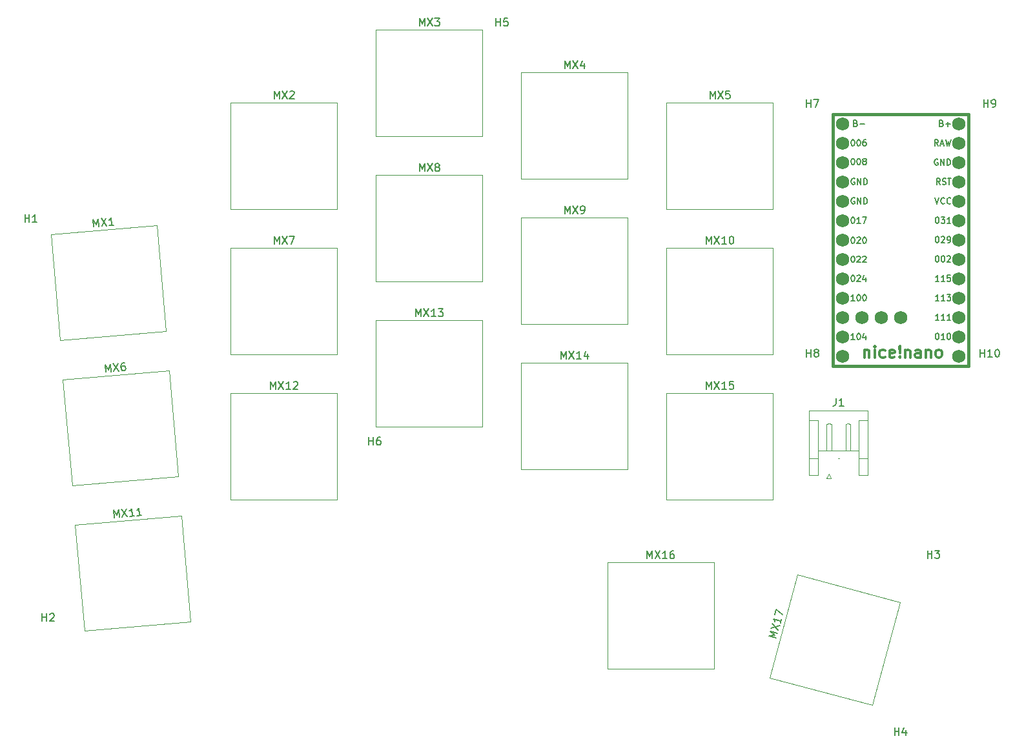
<source format=gbr>
%TF.GenerationSoftware,KiCad,Pcbnew,(6.0.4)*%
%TF.CreationDate,2022-05-05T20:27:36+02:00*%
%TF.ProjectId,Diom-34SP_PCB,44696f6d-2d33-4345-9350-5f5043422e6b,rev?*%
%TF.SameCoordinates,Original*%
%TF.FileFunction,Legend,Top*%
%TF.FilePolarity,Positive*%
%FSLAX46Y46*%
G04 Gerber Fmt 4.6, Leading zero omitted, Abs format (unit mm)*
G04 Created by KiCad (PCBNEW (6.0.4)) date 2022-05-05 20:27:36*
%MOMM*%
%LPD*%
G01*
G04 APERTURE LIST*
%ADD10C,0.150000*%
%ADD11C,0.300000*%
%ADD12C,0.120000*%
%ADD13C,0.381000*%
%ADD14C,1.752600*%
G04 APERTURE END LIST*
D10*
%TO.C,MX2*%
X105076785Y-43314880D02*
X105076785Y-42314880D01*
X105410119Y-43029166D01*
X105743452Y-42314880D01*
X105743452Y-43314880D01*
X106124404Y-42314880D02*
X106791071Y-43314880D01*
X106791071Y-42314880D02*
X106124404Y-43314880D01*
X107124404Y-42410119D02*
X107172023Y-42362500D01*
X107267261Y-42314880D01*
X107505357Y-42314880D01*
X107600595Y-42362500D01*
X107648214Y-42410119D01*
X107695833Y-42505357D01*
X107695833Y-42600595D01*
X107648214Y-42743452D01*
X107076785Y-43314880D01*
X107695833Y-43314880D01*
%TO.C,MX16*%
X153971845Y-103639880D02*
X153971845Y-102639880D01*
X154305178Y-103354166D01*
X154638511Y-102639880D01*
X154638511Y-103639880D01*
X155019464Y-102639880D02*
X155686130Y-103639880D01*
X155686130Y-102639880D02*
X155019464Y-103639880D01*
X156590892Y-103639880D02*
X156019464Y-103639880D01*
X156305178Y-103639880D02*
X156305178Y-102639880D01*
X156209940Y-102782738D01*
X156114702Y-102877976D01*
X156019464Y-102925595D01*
X157448035Y-102639880D02*
X157257559Y-102639880D01*
X157162321Y-102687500D01*
X157114702Y-102735119D01*
X157019464Y-102877976D01*
X156971845Y-103068452D01*
X156971845Y-103449404D01*
X157019464Y-103544642D01*
X157067083Y-103592261D01*
X157162321Y-103639880D01*
X157352797Y-103639880D01*
X157448035Y-103592261D01*
X157495654Y-103544642D01*
X157543273Y-103449404D01*
X157543273Y-103211309D01*
X157495654Y-103116071D01*
X157448035Y-103068452D01*
X157352797Y-103020833D01*
X157162321Y-103020833D01*
X157067083Y-103068452D01*
X157019464Y-103116071D01*
X156971845Y-103211309D01*
%TO.C,MX7*%
X105076785Y-62364880D02*
X105076785Y-61364880D01*
X105410119Y-62079166D01*
X105743452Y-61364880D01*
X105743452Y-62364880D01*
X106124404Y-61364880D02*
X106791071Y-62364880D01*
X106791071Y-61364880D02*
X106124404Y-62364880D01*
X107076785Y-61364880D02*
X107743452Y-61364880D01*
X107314880Y-62364880D01*
%TO.C,H8*%
X174879095Y-77181380D02*
X174879095Y-76181380D01*
X174879095Y-76657571D02*
X175450523Y-76657571D01*
X175450523Y-77181380D02*
X175450523Y-76181380D01*
X176069571Y-76609952D02*
X175974333Y-76562333D01*
X175926714Y-76514714D01*
X175879095Y-76419476D01*
X175879095Y-76371857D01*
X175926714Y-76276619D01*
X175974333Y-76229000D01*
X176069571Y-76181380D01*
X176260047Y-76181380D01*
X176355285Y-76229000D01*
X176402904Y-76276619D01*
X176450523Y-76371857D01*
X176450523Y-76419476D01*
X176402904Y-76514714D01*
X176355285Y-76562333D01*
X176260047Y-76609952D01*
X176069571Y-76609952D01*
X175974333Y-76657571D01*
X175926714Y-76705190D01*
X175879095Y-76800428D01*
X175879095Y-76990904D01*
X175926714Y-77086142D01*
X175974333Y-77133761D01*
X176069571Y-77181380D01*
X176260047Y-77181380D01*
X176355285Y-77133761D01*
X176402904Y-77086142D01*
X176450523Y-76990904D01*
X176450523Y-76800428D01*
X176402904Y-76705190D01*
X176355285Y-76657571D01*
X176260047Y-76609952D01*
%TO.C,MX14*%
X142700595Y-77446130D02*
X142700595Y-76446130D01*
X143033928Y-77160416D01*
X143367261Y-76446130D01*
X143367261Y-77446130D01*
X143748214Y-76446130D02*
X144414880Y-77446130D01*
X144414880Y-76446130D02*
X143748214Y-77446130D01*
X145319642Y-77446130D02*
X144748214Y-77446130D01*
X145033928Y-77446130D02*
X145033928Y-76446130D01*
X144938690Y-76588988D01*
X144843452Y-76684226D01*
X144748214Y-76731845D01*
X146176785Y-76779464D02*
X146176785Y-77446130D01*
X145938690Y-76398511D02*
X145700595Y-77112797D01*
X146319642Y-77112797D01*
%TO.C,MX1*%
X81410556Y-60124171D02*
X81323401Y-59127977D01*
X81717720Y-59810492D01*
X81987530Y-59069873D01*
X82074686Y-60066068D01*
X82367033Y-59036671D02*
X83118319Y-59974762D01*
X83031163Y-58978567D02*
X82454189Y-60032865D01*
X84019638Y-59895906D02*
X83450384Y-59945710D01*
X83735011Y-59920808D02*
X83647855Y-58924613D01*
X83565430Y-59075227D01*
X83478855Y-59178404D01*
X83388129Y-59234142D01*
%TO.C,J1*%
X178736666Y-82603880D02*
X178736666Y-83318166D01*
X178689047Y-83461023D01*
X178593809Y-83556261D01*
X178450952Y-83603880D01*
X178355714Y-83603880D01*
X179736666Y-83603880D02*
X179165238Y-83603880D01*
X179450952Y-83603880D02*
X179450952Y-82603880D01*
X179355714Y-82746738D01*
X179260476Y-82841976D01*
X179165238Y-82889595D01*
%TO.C,MX6*%
X82998056Y-79174171D02*
X82910901Y-78177977D01*
X83305220Y-78860492D01*
X83575030Y-78119873D01*
X83662186Y-79116068D01*
X83954533Y-78086671D02*
X84705819Y-79024762D01*
X84618663Y-78028567D02*
X84041689Y-79082865D01*
X85425106Y-77958012D02*
X85235355Y-77974613D01*
X85144629Y-78030352D01*
X85101342Y-78081940D01*
X85018917Y-78232554D01*
X84988080Y-78426456D01*
X85021282Y-78805958D01*
X85077021Y-78896684D01*
X85128609Y-78939971D01*
X85227635Y-78979109D01*
X85417386Y-78962507D01*
X85508112Y-78906769D01*
X85551399Y-78855181D01*
X85590537Y-78756155D01*
X85569785Y-78518966D01*
X85514047Y-78428240D01*
X85462459Y-78384953D01*
X85363433Y-78345815D01*
X85173681Y-78362417D01*
X85082956Y-78418155D01*
X85039668Y-78469743D01*
X85000531Y-78568769D01*
%TO.C,H2*%
X74644345Y-111852380D02*
X74644345Y-110852380D01*
X74644345Y-111328571D02*
X75215773Y-111328571D01*
X75215773Y-111852380D02*
X75215773Y-110852380D01*
X75644345Y-110947619D02*
X75691964Y-110900000D01*
X75787202Y-110852380D01*
X76025297Y-110852380D01*
X76120535Y-110900000D01*
X76168154Y-110947619D01*
X76215773Y-111042857D01*
X76215773Y-111138095D01*
X76168154Y-111280952D01*
X75596726Y-111852380D01*
X76215773Y-111852380D01*
%TO.C,H6*%
X117475095Y-88738380D02*
X117475095Y-87738380D01*
X117475095Y-88214571D02*
X118046523Y-88214571D01*
X118046523Y-88738380D02*
X118046523Y-87738380D01*
X118951285Y-87738380D02*
X118760809Y-87738380D01*
X118665571Y-87786000D01*
X118617952Y-87833619D01*
X118522714Y-87976476D01*
X118475095Y-88166952D01*
X118475095Y-88547904D01*
X118522714Y-88643142D01*
X118570333Y-88690761D01*
X118665571Y-88738380D01*
X118856047Y-88738380D01*
X118951285Y-88690761D01*
X118998904Y-88643142D01*
X119046523Y-88547904D01*
X119046523Y-88309809D01*
X118998904Y-88214571D01*
X118951285Y-88166952D01*
X118856047Y-88119333D01*
X118665571Y-88119333D01*
X118570333Y-88166952D01*
X118522714Y-88214571D01*
X118475095Y-88309809D01*
%TO.C,MX5*%
X162226785Y-43314880D02*
X162226785Y-42314880D01*
X162560119Y-43029166D01*
X162893452Y-42314880D01*
X162893452Y-43314880D01*
X163274404Y-42314880D02*
X163941071Y-43314880D01*
X163941071Y-42314880D02*
X163274404Y-43314880D01*
X164798214Y-42314880D02*
X164322023Y-42314880D01*
X164274404Y-42791071D01*
X164322023Y-42743452D01*
X164417261Y-42695833D01*
X164655357Y-42695833D01*
X164750595Y-42743452D01*
X164798214Y-42791071D01*
X164845833Y-42886309D01*
X164845833Y-43124404D01*
X164798214Y-43219642D01*
X164750595Y-43267261D01*
X164655357Y-43314880D01*
X164417261Y-43314880D01*
X164322023Y-43267261D01*
X164274404Y-43219642D01*
%TO.C,H9*%
X198120095Y-44415380D02*
X198120095Y-43415380D01*
X198120095Y-43891571D02*
X198691523Y-43891571D01*
X198691523Y-44415380D02*
X198691523Y-43415380D01*
X199215333Y-44415380D02*
X199405809Y-44415380D01*
X199501047Y-44367761D01*
X199548666Y-44320142D01*
X199643904Y-44177285D01*
X199691523Y-43986809D01*
X199691523Y-43605857D01*
X199643904Y-43510619D01*
X199596285Y-43463000D01*
X199501047Y-43415380D01*
X199310571Y-43415380D01*
X199215333Y-43463000D01*
X199167714Y-43510619D01*
X199120095Y-43605857D01*
X199120095Y-43843952D01*
X199167714Y-43939190D01*
X199215333Y-43986809D01*
X199310571Y-44034428D01*
X199501047Y-44034428D01*
X199596285Y-43986809D01*
X199643904Y-43939190D01*
X199691523Y-43843952D01*
%TO.C,MX9*%
X143176785Y-58396130D02*
X143176785Y-57396130D01*
X143510119Y-58110416D01*
X143843452Y-57396130D01*
X143843452Y-58396130D01*
X144224404Y-57396130D02*
X144891071Y-58396130D01*
X144891071Y-57396130D02*
X144224404Y-58396130D01*
X145319642Y-58396130D02*
X145510119Y-58396130D01*
X145605357Y-58348511D01*
X145652976Y-58300892D01*
X145748214Y-58158035D01*
X145795833Y-57967559D01*
X145795833Y-57586607D01*
X145748214Y-57491369D01*
X145700595Y-57443750D01*
X145605357Y-57396130D01*
X145414880Y-57396130D01*
X145319642Y-57443750D01*
X145272023Y-57491369D01*
X145224404Y-57586607D01*
X145224404Y-57824702D01*
X145272023Y-57919940D01*
X145319642Y-57967559D01*
X145414880Y-58015178D01*
X145605357Y-58015178D01*
X145700595Y-57967559D01*
X145748214Y-57919940D01*
X145795833Y-57824702D01*
%TO.C,MX17*%
X170907665Y-114064578D02*
X169941740Y-113805759D01*
X170717960Y-113668654D01*
X170114286Y-113161808D01*
X171080211Y-113420627D01*
X170212883Y-112793836D02*
X171351355Y-112408705D01*
X170385429Y-112149886D02*
X171178809Y-113052655D01*
X171585525Y-111534772D02*
X171437628Y-112086729D01*
X171511577Y-111810751D02*
X170545651Y-111551932D01*
X170658991Y-111680899D01*
X170726334Y-111797541D01*
X170747681Y-111901859D01*
X170705872Y-110953978D02*
X170878418Y-110310027D01*
X171733421Y-110982814D01*
%TO.C,MX3*%
X124126785Y-33789880D02*
X124126785Y-32789880D01*
X124460119Y-33504166D01*
X124793452Y-32789880D01*
X124793452Y-33789880D01*
X125174404Y-32789880D02*
X125841071Y-33789880D01*
X125841071Y-32789880D02*
X125174404Y-33789880D01*
X126126785Y-32789880D02*
X126745833Y-32789880D01*
X126412500Y-33170833D01*
X126555357Y-33170833D01*
X126650595Y-33218452D01*
X126698214Y-33266071D01*
X126745833Y-33361309D01*
X126745833Y-33599404D01*
X126698214Y-33694642D01*
X126650595Y-33742261D01*
X126555357Y-33789880D01*
X126269642Y-33789880D01*
X126174404Y-33742261D01*
X126126785Y-33694642D01*
%TO.C,H7*%
X174879095Y-44415380D02*
X174879095Y-43415380D01*
X174879095Y-43891571D02*
X175450523Y-43891571D01*
X175450523Y-44415380D02*
X175450523Y-43415380D01*
X175831476Y-43415380D02*
X176498142Y-43415380D01*
X176069571Y-44415380D01*
%TO.C,MX13*%
X123650595Y-71889880D02*
X123650595Y-70889880D01*
X123983928Y-71604166D01*
X124317261Y-70889880D01*
X124317261Y-71889880D01*
X124698214Y-70889880D02*
X125364880Y-71889880D01*
X125364880Y-70889880D02*
X124698214Y-71889880D01*
X126269642Y-71889880D02*
X125698214Y-71889880D01*
X125983928Y-71889880D02*
X125983928Y-70889880D01*
X125888690Y-71032738D01*
X125793452Y-71127976D01*
X125698214Y-71175595D01*
X126602976Y-70889880D02*
X127222023Y-70889880D01*
X126888690Y-71270833D01*
X127031547Y-71270833D01*
X127126785Y-71318452D01*
X127174404Y-71366071D01*
X127222023Y-71461309D01*
X127222023Y-71699404D01*
X127174404Y-71794642D01*
X127126785Y-71842261D01*
X127031547Y-71889880D01*
X126745833Y-71889880D01*
X126650595Y-71842261D01*
X126602976Y-71794642D01*
%TO.C,H1*%
X72390095Y-59507380D02*
X72390095Y-58507380D01*
X72390095Y-58983571D02*
X72961523Y-58983571D01*
X72961523Y-59507380D02*
X72961523Y-58507380D01*
X73961523Y-59507380D02*
X73390095Y-59507380D01*
X73675809Y-59507380D02*
X73675809Y-58507380D01*
X73580571Y-58650238D01*
X73485333Y-58745476D01*
X73390095Y-58793095D01*
%TO.C,H4*%
X186436095Y-126838380D02*
X186436095Y-125838380D01*
X186436095Y-126314571D02*
X187007523Y-126314571D01*
X187007523Y-126838380D02*
X187007523Y-125838380D01*
X187912285Y-126171714D02*
X187912285Y-126838380D01*
X187674190Y-125790761D02*
X187436095Y-126505047D01*
X188055142Y-126505047D01*
%TO.C,U1*%
X191985022Y-74097404D02*
X192061212Y-74097404D01*
X192137402Y-74135500D01*
X192175498Y-74173595D01*
X192213593Y-74249785D01*
X192251688Y-74402166D01*
X192251688Y-74592642D01*
X192213593Y-74745023D01*
X192175498Y-74821214D01*
X192137402Y-74859309D01*
X192061212Y-74897404D01*
X191985022Y-74897404D01*
X191908831Y-74859309D01*
X191870736Y-74821214D01*
X191832641Y-74745023D01*
X191794545Y-74592642D01*
X191794545Y-74402166D01*
X191832641Y-74249785D01*
X191870736Y-74173595D01*
X191908831Y-74135500D01*
X191985022Y-74097404D01*
X193013593Y-74897404D02*
X192556450Y-74897404D01*
X192785022Y-74897404D02*
X192785022Y-74097404D01*
X192708831Y-74211690D01*
X192632641Y-74287880D01*
X192556450Y-74325976D01*
X193508831Y-74097404D02*
X193585022Y-74097404D01*
X193661212Y-74135500D01*
X193699307Y-74173595D01*
X193737402Y-74249785D01*
X193775498Y-74402166D01*
X193775498Y-74592642D01*
X193737402Y-74745023D01*
X193699307Y-74821214D01*
X193661212Y-74859309D01*
X193585022Y-74897404D01*
X193508831Y-74897404D01*
X193432641Y-74859309D01*
X193394545Y-74821214D01*
X193356450Y-74745023D01*
X193318355Y-74592642D01*
X193318355Y-74402166D01*
X193356450Y-74249785D01*
X193394545Y-74173595D01*
X193432641Y-74135500D01*
X193508831Y-74097404D01*
X192251688Y-72357404D02*
X191794545Y-72357404D01*
X192023117Y-72357404D02*
X192023117Y-71557404D01*
X191946926Y-71671690D01*
X191870736Y-71747880D01*
X191794545Y-71785976D01*
X193013593Y-72357404D02*
X192556450Y-72357404D01*
X192785022Y-72357404D02*
X192785022Y-71557404D01*
X192708831Y-71671690D01*
X192632641Y-71747880D01*
X192556450Y-71785976D01*
X193775498Y-72357404D02*
X193318355Y-72357404D01*
X193546926Y-72357404D02*
X193546926Y-71557404D01*
X193470736Y-71671690D01*
X193394545Y-71747880D01*
X193318355Y-71785976D01*
X181177307Y-53815500D02*
X181101116Y-53777404D01*
X180986831Y-53777404D01*
X180872545Y-53815500D01*
X180796354Y-53891690D01*
X180758259Y-53967880D01*
X180720164Y-54120261D01*
X180720164Y-54234547D01*
X180758259Y-54386928D01*
X180796354Y-54463119D01*
X180872545Y-54539309D01*
X180986831Y-54577404D01*
X181063021Y-54577404D01*
X181177307Y-54539309D01*
X181215402Y-54501214D01*
X181215402Y-54234547D01*
X181063021Y-54234547D01*
X181558259Y-54577404D02*
X181558259Y-53777404D01*
X182015402Y-54577404D01*
X182015402Y-53777404D01*
X182396354Y-54577404D02*
X182396354Y-53777404D01*
X182586831Y-53777404D01*
X182701116Y-53815500D01*
X182777307Y-53891690D01*
X182815402Y-53967880D01*
X182853497Y-54120261D01*
X182853497Y-54234547D01*
X182815402Y-54386928D01*
X182777307Y-54463119D01*
X182701116Y-54539309D01*
X182586831Y-54577404D01*
X182396354Y-54577404D01*
X180910641Y-66477404D02*
X180986831Y-66477404D01*
X181063021Y-66515500D01*
X181101117Y-66553595D01*
X181139212Y-66629785D01*
X181177307Y-66782166D01*
X181177307Y-66972642D01*
X181139212Y-67125023D01*
X181101117Y-67201214D01*
X181063021Y-67239309D01*
X180986831Y-67277404D01*
X180910641Y-67277404D01*
X180834450Y-67239309D01*
X180796355Y-67201214D01*
X180758260Y-67125023D01*
X180720164Y-66972642D01*
X180720164Y-66782166D01*
X180758260Y-66629785D01*
X180796355Y-66553595D01*
X180834450Y-66515500D01*
X180910641Y-66477404D01*
X181482069Y-66553595D02*
X181520164Y-66515500D01*
X181596355Y-66477404D01*
X181786831Y-66477404D01*
X181863021Y-66515500D01*
X181901117Y-66553595D01*
X181939212Y-66629785D01*
X181939212Y-66705976D01*
X181901117Y-66820261D01*
X181443974Y-67277404D01*
X181939212Y-67277404D01*
X182624926Y-66744071D02*
X182624926Y-67277404D01*
X182434450Y-66439309D02*
X182243974Y-67010738D01*
X182739212Y-67010738D01*
X191985022Y-61397404D02*
X192061212Y-61397404D01*
X192137402Y-61435500D01*
X192175498Y-61473595D01*
X192213593Y-61549785D01*
X192251688Y-61702166D01*
X192251688Y-61892642D01*
X192213593Y-62045023D01*
X192175498Y-62121214D01*
X192137402Y-62159309D01*
X192061212Y-62197404D01*
X191985022Y-62197404D01*
X191908831Y-62159309D01*
X191870736Y-62121214D01*
X191832641Y-62045023D01*
X191794545Y-61892642D01*
X191794545Y-61702166D01*
X191832641Y-61549785D01*
X191870736Y-61473595D01*
X191908831Y-61435500D01*
X191985022Y-61397404D01*
X192556450Y-61473595D02*
X192594545Y-61435500D01*
X192670736Y-61397404D01*
X192861212Y-61397404D01*
X192937402Y-61435500D01*
X192975498Y-61473595D01*
X193013593Y-61549785D01*
X193013593Y-61625976D01*
X192975498Y-61740261D01*
X192518355Y-62197404D01*
X193013593Y-62197404D01*
X193394545Y-62197404D02*
X193546926Y-62197404D01*
X193623117Y-62159309D01*
X193661212Y-62121214D01*
X193737402Y-62006928D01*
X193775498Y-61854547D01*
X193775498Y-61549785D01*
X193737402Y-61473595D01*
X193699307Y-61435500D01*
X193623117Y-61397404D01*
X193470736Y-61397404D01*
X193394545Y-61435500D01*
X193356450Y-61473595D01*
X193318355Y-61549785D01*
X193318355Y-61740261D01*
X193356450Y-61816452D01*
X193394545Y-61854547D01*
X193470736Y-61892642D01*
X193623117Y-61892642D01*
X193699307Y-61854547D01*
X193737402Y-61816452D01*
X193775498Y-61740261D01*
D11*
X182466116Y-76246071D02*
X182466116Y-77246071D01*
X182466116Y-76388928D02*
X182537545Y-76317500D01*
X182680402Y-76246071D01*
X182894688Y-76246071D01*
X183037545Y-76317500D01*
X183108973Y-76460357D01*
X183108973Y-77246071D01*
X183823259Y-77246071D02*
X183823259Y-76246071D01*
X183823259Y-75746071D02*
X183751831Y-75817500D01*
X183823259Y-75888928D01*
X183894688Y-75817500D01*
X183823259Y-75746071D01*
X183823259Y-75888928D01*
X185180402Y-77174642D02*
X185037545Y-77246071D01*
X184751831Y-77246071D01*
X184608973Y-77174642D01*
X184537545Y-77103214D01*
X184466116Y-76960357D01*
X184466116Y-76531785D01*
X184537545Y-76388928D01*
X184608973Y-76317500D01*
X184751831Y-76246071D01*
X185037545Y-76246071D01*
X185180402Y-76317500D01*
X186394688Y-77174642D02*
X186251831Y-77246071D01*
X185966116Y-77246071D01*
X185823259Y-77174642D01*
X185751831Y-77031785D01*
X185751831Y-76460357D01*
X185823259Y-76317500D01*
X185966116Y-76246071D01*
X186251831Y-76246071D01*
X186394688Y-76317500D01*
X186466116Y-76460357D01*
X186466116Y-76603214D01*
X185751831Y-76746071D01*
X187108973Y-77103214D02*
X187180402Y-77174642D01*
X187108973Y-77246071D01*
X187037545Y-77174642D01*
X187108973Y-77103214D01*
X187108973Y-77246071D01*
X187108973Y-76674642D02*
X187037545Y-75817500D01*
X187108973Y-75746071D01*
X187180402Y-75817500D01*
X187108973Y-76674642D01*
X187108973Y-75746071D01*
X187823259Y-76246071D02*
X187823259Y-77246071D01*
X187823259Y-76388928D02*
X187894688Y-76317500D01*
X188037545Y-76246071D01*
X188251831Y-76246071D01*
X188394688Y-76317500D01*
X188466116Y-76460357D01*
X188466116Y-77246071D01*
X189823259Y-77246071D02*
X189823259Y-76460357D01*
X189751831Y-76317500D01*
X189608973Y-76246071D01*
X189323259Y-76246071D01*
X189180402Y-76317500D01*
X189823259Y-77174642D02*
X189680402Y-77246071D01*
X189323259Y-77246071D01*
X189180402Y-77174642D01*
X189108973Y-77031785D01*
X189108973Y-76888928D01*
X189180402Y-76746071D01*
X189323259Y-76674642D01*
X189680402Y-76674642D01*
X189823259Y-76603214D01*
X190537545Y-76246071D02*
X190537545Y-77246071D01*
X190537545Y-76388928D02*
X190608973Y-76317500D01*
X190751831Y-76246071D01*
X190966116Y-76246071D01*
X191108973Y-76317500D01*
X191180402Y-76460357D01*
X191180402Y-77246071D01*
X192108973Y-77246071D02*
X191966116Y-77174642D01*
X191894688Y-77103214D01*
X191823259Y-76960357D01*
X191823259Y-76531785D01*
X191894688Y-76388928D01*
X191966116Y-76317500D01*
X192108973Y-76246071D01*
X192323259Y-76246071D01*
X192466116Y-76317500D01*
X192537545Y-76388928D01*
X192608973Y-76531785D01*
X192608973Y-76960357D01*
X192537545Y-77103214D01*
X192466116Y-77174642D01*
X192323259Y-77246071D01*
X192108973Y-77246071D01*
D10*
X181348735Y-46538357D02*
X181463021Y-46576452D01*
X181501116Y-46614547D01*
X181539211Y-46690738D01*
X181539211Y-46805023D01*
X181501116Y-46881214D01*
X181463021Y-46919309D01*
X181386831Y-46957404D01*
X181082069Y-46957404D01*
X181082069Y-46157404D01*
X181348735Y-46157404D01*
X181424926Y-46195500D01*
X181463021Y-46233595D01*
X181501116Y-46309785D01*
X181501116Y-46385976D01*
X181463021Y-46462166D01*
X181424926Y-46500261D01*
X181348735Y-46538357D01*
X181082069Y-46538357D01*
X181882069Y-46652642D02*
X182491592Y-46652642D01*
X191985022Y-58857404D02*
X192061212Y-58857404D01*
X192137402Y-58895500D01*
X192175498Y-58933595D01*
X192213593Y-59009785D01*
X192251688Y-59162166D01*
X192251688Y-59352642D01*
X192213593Y-59505023D01*
X192175498Y-59581214D01*
X192137402Y-59619309D01*
X192061212Y-59657404D01*
X191985022Y-59657404D01*
X191908831Y-59619309D01*
X191870736Y-59581214D01*
X191832641Y-59505023D01*
X191794545Y-59352642D01*
X191794545Y-59162166D01*
X191832641Y-59009785D01*
X191870736Y-58933595D01*
X191908831Y-58895500D01*
X191985022Y-58857404D01*
X192518355Y-58857404D02*
X193013593Y-58857404D01*
X192746926Y-59162166D01*
X192861212Y-59162166D01*
X192937402Y-59200261D01*
X192975498Y-59238357D01*
X193013593Y-59314547D01*
X193013593Y-59505023D01*
X192975498Y-59581214D01*
X192937402Y-59619309D01*
X192861212Y-59657404D01*
X192632641Y-59657404D01*
X192556450Y-59619309D01*
X192518355Y-59581214D01*
X193775498Y-59657404D02*
X193318355Y-59657404D01*
X193546926Y-59657404D02*
X193546926Y-58857404D01*
X193470736Y-58971690D01*
X193394545Y-59047880D01*
X193318355Y-59085976D01*
X192251688Y-67277404D02*
X191794545Y-67277404D01*
X192023117Y-67277404D02*
X192023117Y-66477404D01*
X191946926Y-66591690D01*
X191870736Y-66667880D01*
X191794545Y-66705976D01*
X193013593Y-67277404D02*
X192556450Y-67277404D01*
X192785022Y-67277404D02*
X192785022Y-66477404D01*
X192708831Y-66591690D01*
X192632641Y-66667880D01*
X192556450Y-66705976D01*
X193737402Y-66477404D02*
X193356450Y-66477404D01*
X193318355Y-66858357D01*
X193356450Y-66820261D01*
X193432641Y-66782166D01*
X193623117Y-66782166D01*
X193699307Y-66820261D01*
X193737402Y-66858357D01*
X193775498Y-66934547D01*
X193775498Y-67125023D01*
X193737402Y-67201214D01*
X193699307Y-67239309D01*
X193623117Y-67277404D01*
X193432641Y-67277404D01*
X193356450Y-67239309D01*
X193318355Y-67201214D01*
X181177307Y-56355500D02*
X181101116Y-56317404D01*
X180986831Y-56317404D01*
X180872545Y-56355500D01*
X180796354Y-56431690D01*
X180758259Y-56507880D01*
X180720164Y-56660261D01*
X180720164Y-56774547D01*
X180758259Y-56926928D01*
X180796354Y-57003119D01*
X180872545Y-57079309D01*
X180986831Y-57117404D01*
X181063021Y-57117404D01*
X181177307Y-57079309D01*
X181215402Y-57041214D01*
X181215402Y-56774547D01*
X181063021Y-56774547D01*
X181558259Y-57117404D02*
X181558259Y-56317404D01*
X182015402Y-57117404D01*
X182015402Y-56317404D01*
X182396354Y-57117404D02*
X182396354Y-56317404D01*
X182586831Y-56317404D01*
X182701116Y-56355500D01*
X182777307Y-56431690D01*
X182815402Y-56507880D01*
X182853497Y-56660261D01*
X182853497Y-56774547D01*
X182815402Y-56926928D01*
X182777307Y-57003119D01*
X182701116Y-57079309D01*
X182586831Y-57117404D01*
X182396354Y-57117404D01*
X191985022Y-63937404D02*
X192061212Y-63937404D01*
X192137402Y-63975500D01*
X192175498Y-64013595D01*
X192213593Y-64089785D01*
X192251688Y-64242166D01*
X192251688Y-64432642D01*
X192213593Y-64585023D01*
X192175498Y-64661214D01*
X192137402Y-64699309D01*
X192061212Y-64737404D01*
X191985022Y-64737404D01*
X191908831Y-64699309D01*
X191870736Y-64661214D01*
X191832641Y-64585023D01*
X191794545Y-64432642D01*
X191794545Y-64242166D01*
X191832641Y-64089785D01*
X191870736Y-64013595D01*
X191908831Y-63975500D01*
X191985022Y-63937404D01*
X192746926Y-63937404D02*
X192823117Y-63937404D01*
X192899307Y-63975500D01*
X192937402Y-64013595D01*
X192975498Y-64089785D01*
X193013593Y-64242166D01*
X193013593Y-64432642D01*
X192975498Y-64585023D01*
X192937402Y-64661214D01*
X192899307Y-64699309D01*
X192823117Y-64737404D01*
X192746926Y-64737404D01*
X192670736Y-64699309D01*
X192632641Y-64661214D01*
X192594545Y-64585023D01*
X192556450Y-64432642D01*
X192556450Y-64242166D01*
X192594545Y-64089785D01*
X192632641Y-64013595D01*
X192670736Y-63975500D01*
X192746926Y-63937404D01*
X193318355Y-64013595D02*
X193356450Y-63975500D01*
X193432641Y-63937404D01*
X193623117Y-63937404D01*
X193699307Y-63975500D01*
X193737402Y-64013595D01*
X193775498Y-64089785D01*
X193775498Y-64165976D01*
X193737402Y-64280261D01*
X193280260Y-64737404D01*
X193775498Y-64737404D01*
X181177307Y-69817404D02*
X180720164Y-69817404D01*
X180948736Y-69817404D02*
X180948736Y-69017404D01*
X180872545Y-69131690D01*
X180796355Y-69207880D01*
X180720164Y-69245976D01*
X181672545Y-69017404D02*
X181748736Y-69017404D01*
X181824926Y-69055500D01*
X181863021Y-69093595D01*
X181901117Y-69169785D01*
X181939212Y-69322166D01*
X181939212Y-69512642D01*
X181901117Y-69665023D01*
X181863021Y-69741214D01*
X181824926Y-69779309D01*
X181748736Y-69817404D01*
X181672545Y-69817404D01*
X181596355Y-69779309D01*
X181558260Y-69741214D01*
X181520164Y-69665023D01*
X181482069Y-69512642D01*
X181482069Y-69322166D01*
X181520164Y-69169785D01*
X181558260Y-69093595D01*
X181596355Y-69055500D01*
X181672545Y-69017404D01*
X182434450Y-69017404D02*
X182510641Y-69017404D01*
X182586831Y-69055500D01*
X182624926Y-69093595D01*
X182663021Y-69169785D01*
X182701117Y-69322166D01*
X182701117Y-69512642D01*
X182663021Y-69665023D01*
X182624926Y-69741214D01*
X182586831Y-69779309D01*
X182510641Y-69817404D01*
X182434450Y-69817404D01*
X182358260Y-69779309D01*
X182320164Y-69741214D01*
X182282069Y-69665023D01*
X182243974Y-69512642D01*
X182243974Y-69322166D01*
X182282069Y-69169785D01*
X182320164Y-69093595D01*
X182358260Y-69055500D01*
X182434450Y-69017404D01*
X181177307Y-74897404D02*
X180720164Y-74897404D01*
X180948736Y-74897404D02*
X180948736Y-74097404D01*
X180872545Y-74211690D01*
X180796355Y-74287880D01*
X180720164Y-74325976D01*
X181672545Y-74097404D02*
X181748736Y-74097404D01*
X181824926Y-74135500D01*
X181863021Y-74173595D01*
X181901117Y-74249785D01*
X181939212Y-74402166D01*
X181939212Y-74592642D01*
X181901117Y-74745023D01*
X181863021Y-74821214D01*
X181824926Y-74859309D01*
X181748736Y-74897404D01*
X181672545Y-74897404D01*
X181596355Y-74859309D01*
X181558260Y-74821214D01*
X181520164Y-74745023D01*
X181482069Y-74592642D01*
X181482069Y-74402166D01*
X181520164Y-74249785D01*
X181558260Y-74173595D01*
X181596355Y-74135500D01*
X181672545Y-74097404D01*
X182624926Y-74364071D02*
X182624926Y-74897404D01*
X182434450Y-74059309D02*
X182243974Y-74630738D01*
X182739212Y-74630738D01*
X180910641Y-48697404D02*
X180986831Y-48697404D01*
X181063021Y-48735500D01*
X181101117Y-48773595D01*
X181139212Y-48849785D01*
X181177307Y-49002166D01*
X181177307Y-49192642D01*
X181139212Y-49345023D01*
X181101117Y-49421214D01*
X181063021Y-49459309D01*
X180986831Y-49497404D01*
X180910641Y-49497404D01*
X180834450Y-49459309D01*
X180796355Y-49421214D01*
X180758260Y-49345023D01*
X180720164Y-49192642D01*
X180720164Y-49002166D01*
X180758260Y-48849785D01*
X180796355Y-48773595D01*
X180834450Y-48735500D01*
X180910641Y-48697404D01*
X181672545Y-48697404D02*
X181748736Y-48697404D01*
X181824926Y-48735500D01*
X181863021Y-48773595D01*
X181901117Y-48849785D01*
X181939212Y-49002166D01*
X181939212Y-49192642D01*
X181901117Y-49345023D01*
X181863021Y-49421214D01*
X181824926Y-49459309D01*
X181748736Y-49497404D01*
X181672545Y-49497404D01*
X181596355Y-49459309D01*
X181558260Y-49421214D01*
X181520164Y-49345023D01*
X181482069Y-49192642D01*
X181482069Y-49002166D01*
X181520164Y-48849785D01*
X181558260Y-48773595D01*
X181596355Y-48735500D01*
X181672545Y-48697404D01*
X182624926Y-48697404D02*
X182472545Y-48697404D01*
X182396355Y-48735500D01*
X182358260Y-48773595D01*
X182282069Y-48887880D01*
X182243974Y-49040261D01*
X182243974Y-49345023D01*
X182282069Y-49421214D01*
X182320164Y-49459309D01*
X182396355Y-49497404D01*
X182548736Y-49497404D01*
X182624926Y-49459309D01*
X182663021Y-49421214D01*
X182701117Y-49345023D01*
X182701117Y-49154547D01*
X182663021Y-49078357D01*
X182624926Y-49040261D01*
X182548736Y-49002166D01*
X182396355Y-49002166D01*
X182320164Y-49040261D01*
X182282069Y-49078357D01*
X182243974Y-49154547D01*
X192588212Y-46538357D02*
X192702498Y-46576452D01*
X192740593Y-46614547D01*
X192778688Y-46690738D01*
X192778688Y-46805023D01*
X192740593Y-46881214D01*
X192702498Y-46919309D01*
X192626308Y-46957404D01*
X192321546Y-46957404D01*
X192321546Y-46157404D01*
X192588212Y-46157404D01*
X192664403Y-46195500D01*
X192702498Y-46233595D01*
X192740593Y-46309785D01*
X192740593Y-46385976D01*
X192702498Y-46462166D01*
X192664403Y-46500261D01*
X192588212Y-46538357D01*
X192321546Y-46538357D01*
X193121546Y-46652642D02*
X193731069Y-46652642D01*
X193426308Y-46957404D02*
X193426308Y-46347880D01*
X180910641Y-61467404D02*
X180986831Y-61467404D01*
X181063021Y-61505500D01*
X181101117Y-61543595D01*
X181139212Y-61619785D01*
X181177307Y-61772166D01*
X181177307Y-61962642D01*
X181139212Y-62115023D01*
X181101117Y-62191214D01*
X181063021Y-62229309D01*
X180986831Y-62267404D01*
X180910641Y-62267404D01*
X180834450Y-62229309D01*
X180796355Y-62191214D01*
X180758260Y-62115023D01*
X180720164Y-61962642D01*
X180720164Y-61772166D01*
X180758260Y-61619785D01*
X180796355Y-61543595D01*
X180834450Y-61505500D01*
X180910641Y-61467404D01*
X181482069Y-61543595D02*
X181520164Y-61505500D01*
X181596355Y-61467404D01*
X181786831Y-61467404D01*
X181863021Y-61505500D01*
X181901117Y-61543595D01*
X181939212Y-61619785D01*
X181939212Y-61695976D01*
X181901117Y-61810261D01*
X181443974Y-62267404D01*
X181939212Y-62267404D01*
X182434450Y-61467404D02*
X182510641Y-61467404D01*
X182586831Y-61505500D01*
X182624926Y-61543595D01*
X182663021Y-61619785D01*
X182701117Y-61772166D01*
X182701117Y-61962642D01*
X182663021Y-62115023D01*
X182624926Y-62191214D01*
X182586831Y-62229309D01*
X182510641Y-62267404D01*
X182434450Y-62267404D01*
X182358260Y-62229309D01*
X182320164Y-62191214D01*
X182282069Y-62115023D01*
X182243974Y-61962642D01*
X182243974Y-61772166D01*
X182282069Y-61619785D01*
X182320164Y-61543595D01*
X182358260Y-61505500D01*
X182434450Y-61467404D01*
X192397735Y-54577404D02*
X192131069Y-54196452D01*
X191940592Y-54577404D02*
X191940592Y-53777404D01*
X192245354Y-53777404D01*
X192321545Y-53815500D01*
X192359640Y-53853595D01*
X192397735Y-53929785D01*
X192397735Y-54044071D01*
X192359640Y-54120261D01*
X192321545Y-54158357D01*
X192245354Y-54196452D01*
X191940592Y-54196452D01*
X192702497Y-54539309D02*
X192816783Y-54577404D01*
X193007259Y-54577404D01*
X193083450Y-54539309D01*
X193121545Y-54501214D01*
X193159640Y-54425023D01*
X193159640Y-54348833D01*
X193121545Y-54272642D01*
X193083450Y-54234547D01*
X193007259Y-54196452D01*
X192854878Y-54158357D01*
X192778688Y-54120261D01*
X192740592Y-54082166D01*
X192702497Y-54005976D01*
X192702497Y-53929785D01*
X192740592Y-53853595D01*
X192778688Y-53815500D01*
X192854878Y-53777404D01*
X193045354Y-53777404D01*
X193159640Y-53815500D01*
X193388211Y-53777404D02*
X193845354Y-53777404D01*
X193616783Y-54577404D02*
X193616783Y-53777404D01*
X180910641Y-63967404D02*
X180986831Y-63967404D01*
X181063021Y-64005500D01*
X181101117Y-64043595D01*
X181139212Y-64119785D01*
X181177307Y-64272166D01*
X181177307Y-64462642D01*
X181139212Y-64615023D01*
X181101117Y-64691214D01*
X181063021Y-64729309D01*
X180986831Y-64767404D01*
X180910641Y-64767404D01*
X180834450Y-64729309D01*
X180796355Y-64691214D01*
X180758260Y-64615023D01*
X180720164Y-64462642D01*
X180720164Y-64272166D01*
X180758260Y-64119785D01*
X180796355Y-64043595D01*
X180834450Y-64005500D01*
X180910641Y-63967404D01*
X181482069Y-64043595D02*
X181520164Y-64005500D01*
X181596355Y-63967404D01*
X181786831Y-63967404D01*
X181863021Y-64005500D01*
X181901117Y-64043595D01*
X181939212Y-64119785D01*
X181939212Y-64195976D01*
X181901117Y-64310261D01*
X181443974Y-64767404D01*
X181939212Y-64767404D01*
X182243974Y-64043595D02*
X182282069Y-64005500D01*
X182358260Y-63967404D01*
X182548736Y-63967404D01*
X182624926Y-64005500D01*
X182663021Y-64043595D01*
X182701117Y-64119785D01*
X182701117Y-64195976D01*
X182663021Y-64310261D01*
X182205879Y-64767404D01*
X182701117Y-64767404D01*
X192169165Y-49497404D02*
X191902498Y-49116452D01*
X191712022Y-49497404D02*
X191712022Y-48697404D01*
X192016784Y-48697404D01*
X192092974Y-48735500D01*
X192131069Y-48773595D01*
X192169165Y-48849785D01*
X192169165Y-48964071D01*
X192131069Y-49040261D01*
X192092974Y-49078357D01*
X192016784Y-49116452D01*
X191712022Y-49116452D01*
X192473926Y-49268833D02*
X192854879Y-49268833D01*
X192397736Y-49497404D02*
X192664403Y-48697404D01*
X192931069Y-49497404D01*
X193121546Y-48697404D02*
X193312022Y-49497404D01*
X193464403Y-48925976D01*
X193616784Y-49497404D01*
X193807260Y-48697404D01*
X192251688Y-69817404D02*
X191794545Y-69817404D01*
X192023117Y-69817404D02*
X192023117Y-69017404D01*
X191946926Y-69131690D01*
X191870736Y-69207880D01*
X191794545Y-69245976D01*
X193013593Y-69817404D02*
X192556450Y-69817404D01*
X192785022Y-69817404D02*
X192785022Y-69017404D01*
X192708831Y-69131690D01*
X192632641Y-69207880D01*
X192556450Y-69245976D01*
X193280260Y-69017404D02*
X193775498Y-69017404D01*
X193508831Y-69322166D01*
X193623117Y-69322166D01*
X193699307Y-69360261D01*
X193737402Y-69398357D01*
X193775498Y-69474547D01*
X193775498Y-69665023D01*
X193737402Y-69741214D01*
X193699307Y-69779309D01*
X193623117Y-69817404D01*
X193394545Y-69817404D01*
X193318355Y-69779309D01*
X193280260Y-69741214D01*
X180910641Y-51167404D02*
X180986831Y-51167404D01*
X181063021Y-51205500D01*
X181101117Y-51243595D01*
X181139212Y-51319785D01*
X181177307Y-51472166D01*
X181177307Y-51662642D01*
X181139212Y-51815023D01*
X181101117Y-51891214D01*
X181063021Y-51929309D01*
X180986831Y-51967404D01*
X180910641Y-51967404D01*
X180834450Y-51929309D01*
X180796355Y-51891214D01*
X180758260Y-51815023D01*
X180720164Y-51662642D01*
X180720164Y-51472166D01*
X180758260Y-51319785D01*
X180796355Y-51243595D01*
X180834450Y-51205500D01*
X180910641Y-51167404D01*
X181672545Y-51167404D02*
X181748736Y-51167404D01*
X181824926Y-51205500D01*
X181863021Y-51243595D01*
X181901117Y-51319785D01*
X181939212Y-51472166D01*
X181939212Y-51662642D01*
X181901117Y-51815023D01*
X181863021Y-51891214D01*
X181824926Y-51929309D01*
X181748736Y-51967404D01*
X181672545Y-51967404D01*
X181596355Y-51929309D01*
X181558260Y-51891214D01*
X181520164Y-51815023D01*
X181482069Y-51662642D01*
X181482069Y-51472166D01*
X181520164Y-51319785D01*
X181558260Y-51243595D01*
X181596355Y-51205500D01*
X181672545Y-51167404D01*
X182396355Y-51510261D02*
X182320164Y-51472166D01*
X182282069Y-51434071D01*
X182243974Y-51357880D01*
X182243974Y-51319785D01*
X182282069Y-51243595D01*
X182320164Y-51205500D01*
X182396355Y-51167404D01*
X182548736Y-51167404D01*
X182624926Y-51205500D01*
X182663021Y-51243595D01*
X182701117Y-51319785D01*
X182701117Y-51357880D01*
X182663021Y-51434071D01*
X182624926Y-51472166D01*
X182548736Y-51510261D01*
X182396355Y-51510261D01*
X182320164Y-51548357D01*
X182282069Y-51586452D01*
X182243974Y-51662642D01*
X182243974Y-51815023D01*
X182282069Y-51891214D01*
X182320164Y-51929309D01*
X182396355Y-51967404D01*
X182548736Y-51967404D01*
X182624926Y-51929309D01*
X182663021Y-51891214D01*
X182701117Y-51815023D01*
X182701117Y-51662642D01*
X182663021Y-51586452D01*
X182624926Y-51548357D01*
X182548736Y-51510261D01*
X180910641Y-58867404D02*
X180986831Y-58867404D01*
X181063021Y-58905500D01*
X181101117Y-58943595D01*
X181139212Y-59019785D01*
X181177307Y-59172166D01*
X181177307Y-59362642D01*
X181139212Y-59515023D01*
X181101117Y-59591214D01*
X181063021Y-59629309D01*
X180986831Y-59667404D01*
X180910641Y-59667404D01*
X180834450Y-59629309D01*
X180796355Y-59591214D01*
X180758260Y-59515023D01*
X180720164Y-59362642D01*
X180720164Y-59172166D01*
X180758260Y-59019785D01*
X180796355Y-58943595D01*
X180834450Y-58905500D01*
X180910641Y-58867404D01*
X181939212Y-59667404D02*
X181482069Y-59667404D01*
X181710641Y-59667404D02*
X181710641Y-58867404D01*
X181634450Y-58981690D01*
X181558260Y-59057880D01*
X181482069Y-59095976D01*
X182205879Y-58867404D02*
X182739212Y-58867404D01*
X182396355Y-59667404D01*
X192092974Y-51275500D02*
X192016783Y-51237404D01*
X191902498Y-51237404D01*
X191788212Y-51275500D01*
X191712021Y-51351690D01*
X191673926Y-51427880D01*
X191635831Y-51580261D01*
X191635831Y-51694547D01*
X191673926Y-51846928D01*
X191712021Y-51923119D01*
X191788212Y-51999309D01*
X191902498Y-52037404D01*
X191978688Y-52037404D01*
X192092974Y-51999309D01*
X192131069Y-51961214D01*
X192131069Y-51694547D01*
X191978688Y-51694547D01*
X192473926Y-52037404D02*
X192473926Y-51237404D01*
X192931069Y-52037404D01*
X192931069Y-51237404D01*
X193312021Y-52037404D02*
X193312021Y-51237404D01*
X193502498Y-51237404D01*
X193616783Y-51275500D01*
X193692974Y-51351690D01*
X193731069Y-51427880D01*
X193769164Y-51580261D01*
X193769164Y-51694547D01*
X193731069Y-51846928D01*
X193692974Y-51923119D01*
X193616783Y-51999309D01*
X193502498Y-52037404D01*
X193312021Y-52037404D01*
X191718355Y-56317404D02*
X191985022Y-57117404D01*
X192251688Y-56317404D01*
X192975498Y-57041214D02*
X192937402Y-57079309D01*
X192823117Y-57117404D01*
X192746926Y-57117404D01*
X192632641Y-57079309D01*
X192556450Y-57003119D01*
X192518355Y-56926928D01*
X192480260Y-56774547D01*
X192480260Y-56660261D01*
X192518355Y-56507880D01*
X192556450Y-56431690D01*
X192632641Y-56355500D01*
X192746926Y-56317404D01*
X192823117Y-56317404D01*
X192937402Y-56355500D01*
X192975498Y-56393595D01*
X193775498Y-57041214D02*
X193737402Y-57079309D01*
X193623117Y-57117404D01*
X193546926Y-57117404D01*
X193432641Y-57079309D01*
X193356450Y-57003119D01*
X193318355Y-56926928D01*
X193280260Y-56774547D01*
X193280260Y-56660261D01*
X193318355Y-56507880D01*
X193356450Y-56431690D01*
X193432641Y-56355500D01*
X193546926Y-56317404D01*
X193623117Y-56317404D01*
X193737402Y-56355500D01*
X193775498Y-56393595D01*
%TO.C,MX15*%
X161750595Y-81414880D02*
X161750595Y-80414880D01*
X162083928Y-81129166D01*
X162417261Y-80414880D01*
X162417261Y-81414880D01*
X162798214Y-80414880D02*
X163464880Y-81414880D01*
X163464880Y-80414880D02*
X162798214Y-81414880D01*
X164369642Y-81414880D02*
X163798214Y-81414880D01*
X164083928Y-81414880D02*
X164083928Y-80414880D01*
X163988690Y-80557738D01*
X163893452Y-80652976D01*
X163798214Y-80700595D01*
X165274404Y-80414880D02*
X164798214Y-80414880D01*
X164750595Y-80891071D01*
X164798214Y-80843452D01*
X164893452Y-80795833D01*
X165131547Y-80795833D01*
X165226785Y-80843452D01*
X165274404Y-80891071D01*
X165322023Y-80986309D01*
X165322023Y-81224404D01*
X165274404Y-81319642D01*
X165226785Y-81367261D01*
X165131547Y-81414880D01*
X164893452Y-81414880D01*
X164798214Y-81367261D01*
X164750595Y-81319642D01*
%TO.C,MX12*%
X104600595Y-81414880D02*
X104600595Y-80414880D01*
X104933928Y-81129166D01*
X105267261Y-80414880D01*
X105267261Y-81414880D01*
X105648214Y-80414880D02*
X106314880Y-81414880D01*
X106314880Y-80414880D02*
X105648214Y-81414880D01*
X107219642Y-81414880D02*
X106648214Y-81414880D01*
X106933928Y-81414880D02*
X106933928Y-80414880D01*
X106838690Y-80557738D01*
X106743452Y-80652976D01*
X106648214Y-80700595D01*
X107600595Y-80510119D02*
X107648214Y-80462500D01*
X107743452Y-80414880D01*
X107981547Y-80414880D01*
X108076785Y-80462500D01*
X108124404Y-80510119D01*
X108172023Y-80605357D01*
X108172023Y-80700595D01*
X108124404Y-80843452D01*
X107552976Y-81414880D01*
X108172023Y-81414880D01*
%TO.C,H3*%
X190754095Y-103576380D02*
X190754095Y-102576380D01*
X190754095Y-103052571D02*
X191325523Y-103052571D01*
X191325523Y-103576380D02*
X191325523Y-102576380D01*
X191706476Y-102576380D02*
X192325523Y-102576380D01*
X191992190Y-102957333D01*
X192135047Y-102957333D01*
X192230285Y-103004952D01*
X192277904Y-103052571D01*
X192325523Y-103147809D01*
X192325523Y-103385904D01*
X192277904Y-103481142D01*
X192230285Y-103528761D01*
X192135047Y-103576380D01*
X191849333Y-103576380D01*
X191754095Y-103528761D01*
X191706476Y-103481142D01*
%TO.C,MX4*%
X143176785Y-39346130D02*
X143176785Y-38346130D01*
X143510119Y-39060416D01*
X143843452Y-38346130D01*
X143843452Y-39346130D01*
X144224404Y-38346130D02*
X144891071Y-39346130D01*
X144891071Y-38346130D02*
X144224404Y-39346130D01*
X145700595Y-38679464D02*
X145700595Y-39346130D01*
X145462500Y-38298511D02*
X145224404Y-39012797D01*
X145843452Y-39012797D01*
%TO.C,H10*%
X197643904Y-77181380D02*
X197643904Y-76181380D01*
X197643904Y-76657571D02*
X198215333Y-76657571D01*
X198215333Y-77181380D02*
X198215333Y-76181380D01*
X199215333Y-77181380D02*
X198643904Y-77181380D01*
X198929619Y-77181380D02*
X198929619Y-76181380D01*
X198834380Y-76324238D01*
X198739142Y-76419476D01*
X198643904Y-76467095D01*
X199834380Y-76181380D02*
X199929619Y-76181380D01*
X200024857Y-76229000D01*
X200072476Y-76276619D01*
X200120095Y-76371857D01*
X200167714Y-76562333D01*
X200167714Y-76800428D01*
X200120095Y-76990904D01*
X200072476Y-77086142D01*
X200024857Y-77133761D01*
X199929619Y-77181380D01*
X199834380Y-77181380D01*
X199739142Y-77133761D01*
X199691523Y-77086142D01*
X199643904Y-76990904D01*
X199596285Y-76800428D01*
X199596285Y-76562333D01*
X199643904Y-76371857D01*
X199691523Y-76276619D01*
X199739142Y-76229000D01*
X199834380Y-76181380D01*
%TO.C,MX10*%
X161750595Y-62364880D02*
X161750595Y-61364880D01*
X162083928Y-62079166D01*
X162417261Y-61364880D01*
X162417261Y-62364880D01*
X162798214Y-61364880D02*
X163464880Y-62364880D01*
X163464880Y-61364880D02*
X162798214Y-62364880D01*
X164369642Y-62364880D02*
X163798214Y-62364880D01*
X164083928Y-62364880D02*
X164083928Y-61364880D01*
X163988690Y-61507738D01*
X163893452Y-61602976D01*
X163798214Y-61650595D01*
X164988690Y-61364880D02*
X165083928Y-61364880D01*
X165179166Y-61412500D01*
X165226785Y-61460119D01*
X165274404Y-61555357D01*
X165322023Y-61745833D01*
X165322023Y-61983928D01*
X165274404Y-62174404D01*
X165226785Y-62269642D01*
X165179166Y-62317261D01*
X165083928Y-62364880D01*
X164988690Y-62364880D01*
X164893452Y-62317261D01*
X164845833Y-62269642D01*
X164798214Y-62174404D01*
X164750595Y-61983928D01*
X164750595Y-61745833D01*
X164798214Y-61555357D01*
X164845833Y-61460119D01*
X164893452Y-61412500D01*
X164988690Y-61364880D01*
%TO.C,MX8*%
X124126785Y-52839880D02*
X124126785Y-51839880D01*
X124460119Y-52554166D01*
X124793452Y-51839880D01*
X124793452Y-52839880D01*
X125174404Y-51839880D02*
X125841071Y-52839880D01*
X125841071Y-51839880D02*
X125174404Y-52839880D01*
X126364880Y-52268452D02*
X126269642Y-52220833D01*
X126222023Y-52173214D01*
X126174404Y-52077976D01*
X126174404Y-52030357D01*
X126222023Y-51935119D01*
X126269642Y-51887500D01*
X126364880Y-51839880D01*
X126555357Y-51839880D01*
X126650595Y-51887500D01*
X126698214Y-51935119D01*
X126745833Y-52030357D01*
X126745833Y-52077976D01*
X126698214Y-52173214D01*
X126650595Y-52220833D01*
X126555357Y-52268452D01*
X126364880Y-52268452D01*
X126269642Y-52316071D01*
X126222023Y-52363690D01*
X126174404Y-52458928D01*
X126174404Y-52649404D01*
X126222023Y-52744642D01*
X126269642Y-52792261D01*
X126364880Y-52839880D01*
X126555357Y-52839880D01*
X126650595Y-52792261D01*
X126698214Y-52744642D01*
X126745833Y-52649404D01*
X126745833Y-52458928D01*
X126698214Y-52363690D01*
X126650595Y-52316071D01*
X126555357Y-52268452D01*
%TO.C,MX11*%
X84111178Y-98265674D02*
X84024022Y-97269479D01*
X84418341Y-97951995D01*
X84688152Y-97211376D01*
X84775308Y-98207570D01*
X85067655Y-97178173D02*
X85818940Y-98116264D01*
X85731785Y-97120070D02*
X85154810Y-98174368D01*
X86720259Y-98037409D02*
X86151005Y-98087212D01*
X86435632Y-98062311D02*
X86348476Y-97066116D01*
X86266052Y-97216730D01*
X86179476Y-97319906D01*
X86088751Y-97375645D01*
X87669016Y-97954404D02*
X87099762Y-98004207D01*
X87384389Y-97979305D02*
X87297233Y-96983111D01*
X87214808Y-97133725D01*
X87128233Y-97236901D01*
X87037508Y-97292639D01*
%TO.C,H5*%
X134175595Y-33789880D02*
X134175595Y-32789880D01*
X134175595Y-33266071D02*
X134747023Y-33266071D01*
X134747023Y-33789880D02*
X134747023Y-32789880D01*
X135699404Y-32789880D02*
X135223214Y-32789880D01*
X135175595Y-33266071D01*
X135223214Y-33218452D01*
X135318452Y-33170833D01*
X135556547Y-33170833D01*
X135651785Y-33218452D01*
X135699404Y-33266071D01*
X135747023Y-33361309D01*
X135747023Y-33599404D01*
X135699404Y-33694642D01*
X135651785Y-33742261D01*
X135556547Y-33789880D01*
X135318452Y-33789880D01*
X135223214Y-33742261D01*
X135175595Y-33694642D01*
D12*
%TO.C,MX2*%
X99377500Y-57785000D02*
X99377500Y-43815000D01*
X99377500Y-43815000D02*
X113347500Y-43815000D01*
X113347500Y-57785000D02*
X99377500Y-57785000D01*
X113347500Y-43815000D02*
X113347500Y-57785000D01*
%TO.C,MX16*%
X162718750Y-104140000D02*
X162718750Y-118110000D01*
X148748750Y-118110000D02*
X148748750Y-104140000D01*
X162718750Y-118110000D02*
X148748750Y-118110000D01*
X148748750Y-104140000D02*
X162718750Y-104140000D01*
%TO.C,MX7*%
X99377500Y-76835000D02*
X99377500Y-62865000D01*
X99377500Y-62865000D02*
X113347500Y-62865000D01*
X113347500Y-76835000D02*
X99377500Y-76835000D01*
X113347500Y-62865000D02*
X113347500Y-76835000D01*
%TO.C,MX14*%
X151447500Y-91916250D02*
X137477500Y-91916250D01*
X137477500Y-77946250D02*
X151447500Y-77946250D01*
X137477500Y-91916250D02*
X137477500Y-77946250D01*
X151447500Y-77946250D02*
X151447500Y-91916250D01*
%TO.C,MX1*%
X90910953Y-73818387D02*
X76994113Y-75035953D01*
X75776547Y-61119113D02*
X89693387Y-59901547D01*
X76994113Y-75035953D02*
X75776547Y-61119113D01*
X89693387Y-59901547D02*
X90910953Y-73818387D01*
%TO.C,J1*%
X178120000Y-93151500D02*
X177820000Y-92551500D01*
X178140000Y-89461500D02*
X177820000Y-89461500D01*
X182930000Y-85461500D02*
X181710000Y-85461500D01*
X177500000Y-89461500D02*
X177500000Y-86041500D01*
X176430000Y-89461500D02*
X181710000Y-89461500D01*
X178990000Y-90461500D02*
X179150000Y-90461500D01*
X175210000Y-92661500D02*
X175210000Y-84241500D01*
X176430000Y-90461500D02*
X175210000Y-90461500D01*
X181710000Y-90461500D02*
X182930000Y-90461500D01*
X180640000Y-86041500D02*
X180640000Y-89461500D01*
X177820000Y-89461500D02*
X177500000Y-89461500D01*
X180320000Y-89461500D02*
X180000000Y-89461500D01*
X181710000Y-92661500D02*
X181710000Y-90461500D01*
X178140000Y-86041500D02*
X178140000Y-89461500D01*
X182930000Y-84241500D02*
X182930000Y-92661500D01*
X176430000Y-90461500D02*
X176430000Y-92661500D01*
X181710000Y-85461500D02*
X181710000Y-90461500D01*
X180000000Y-89461500D02*
X180000000Y-86041500D01*
X177500000Y-86041500D02*
X177820000Y-85961500D01*
X175210000Y-85461500D02*
X176430000Y-85461500D01*
X177520000Y-93151500D02*
X178120000Y-93151500D01*
X177820000Y-92551500D02*
X177520000Y-93151500D01*
X180000000Y-86041500D02*
X180320000Y-85961500D01*
X180320000Y-85961500D02*
X180640000Y-86041500D01*
X177820000Y-85961500D02*
X178140000Y-86041500D01*
X180640000Y-89461500D02*
X180320000Y-89461500D01*
X176430000Y-85461500D02*
X176430000Y-90461500D01*
X182930000Y-92661500D02*
X181710000Y-92661500D01*
X175210000Y-84241500D02*
X182930000Y-84241500D01*
X176430000Y-92661500D02*
X175210000Y-92661500D01*
%TO.C,MX6*%
X92498453Y-92868387D02*
X78581613Y-94085953D01*
X78581613Y-94085953D02*
X77364047Y-80169113D01*
X77364047Y-80169113D02*
X91280887Y-78951547D01*
X91280887Y-78951547D02*
X92498453Y-92868387D01*
%TO.C,MX5*%
X170497500Y-57785000D02*
X156527500Y-57785000D01*
X156527500Y-57785000D02*
X156527500Y-43815000D01*
X170497500Y-43815000D02*
X170497500Y-57785000D01*
X156527500Y-43815000D02*
X170497500Y-43815000D01*
%TO.C,MX9*%
X151447500Y-58896250D02*
X151447500Y-72866250D01*
X151447500Y-72866250D02*
X137477500Y-72866250D01*
X137477500Y-58896250D02*
X151447500Y-58896250D01*
X137477500Y-72866250D02*
X137477500Y-58896250D01*
%TO.C,MX17*%
X170038907Y-119239141D02*
X173654609Y-105745157D01*
X173654609Y-105745157D02*
X187148593Y-109360859D01*
X183532891Y-122854843D02*
X170038907Y-119239141D01*
X187148593Y-109360859D02*
X183532891Y-122854843D01*
%TO.C,MX3*%
X132397500Y-48260000D02*
X118427500Y-48260000D01*
X118427500Y-34290000D02*
X132397500Y-34290000D01*
X132397500Y-34290000D02*
X132397500Y-48260000D01*
X118427500Y-48260000D02*
X118427500Y-34290000D01*
%TO.C,MX13*%
X118427500Y-72390000D02*
X132397500Y-72390000D01*
X132397500Y-86360000D02*
X118427500Y-86360000D01*
X132397500Y-72390000D02*
X132397500Y-86360000D01*
X118427500Y-86360000D02*
X118427500Y-72390000D01*
D13*
%TO.C,U1*%
X178357831Y-45325500D02*
X178357831Y-47865500D01*
X196137831Y-47865500D02*
X196137831Y-45325500D01*
X178357831Y-78345500D02*
X196137831Y-78345500D01*
X178357831Y-47865500D02*
X178357831Y-78345500D01*
X196137831Y-78345500D02*
X196137831Y-47865500D01*
X196137831Y-45325500D02*
X178357831Y-45325500D01*
D12*
%TO.C,MX15*%
X170497500Y-95885000D02*
X156527500Y-95885000D01*
X156527500Y-81915000D02*
X170497500Y-81915000D01*
X170497500Y-81915000D02*
X170497500Y-95885000D01*
X156527500Y-95885000D02*
X156527500Y-81915000D01*
%TO.C,MX12*%
X99377500Y-81915000D02*
X113347500Y-81915000D01*
X113347500Y-81915000D02*
X113347500Y-95885000D01*
X113347500Y-95885000D02*
X99377500Y-95885000D01*
X99377500Y-95885000D02*
X99377500Y-81915000D01*
%TO.C,MX4*%
X137477500Y-39846250D02*
X151447500Y-39846250D01*
X151447500Y-53816250D02*
X137477500Y-53816250D01*
X137477500Y-53816250D02*
X137477500Y-39846250D01*
X151447500Y-39846250D02*
X151447500Y-53816250D01*
%TO.C,MX10*%
X156527500Y-76835000D02*
X156527500Y-62865000D01*
X156527500Y-62865000D02*
X170497500Y-62865000D01*
X170497500Y-76835000D02*
X156527500Y-76835000D01*
X170497500Y-62865000D02*
X170497500Y-76835000D01*
%TO.C,MX8*%
X132397500Y-67310000D02*
X118427500Y-67310000D01*
X118427500Y-53340000D02*
X132397500Y-53340000D01*
X118427500Y-67310000D02*
X118427500Y-53340000D01*
X132397500Y-53340000D02*
X132397500Y-67310000D01*
%TO.C,MX11*%
X94085953Y-111918387D02*
X80169113Y-113135953D01*
X92868387Y-98001547D02*
X94085953Y-111918387D01*
X78951547Y-99219113D02*
X92868387Y-98001547D01*
X80169113Y-113135953D02*
X78951547Y-99219113D01*
%TD*%
D14*
%TO.C,U1*%
X179627831Y-49135500D03*
X179627831Y-51675500D03*
X179627831Y-54215500D03*
X179627831Y-56755500D03*
X179627831Y-59295500D03*
X179627831Y-61835500D03*
X179627831Y-64375500D03*
X179627831Y-66915500D03*
X179627831Y-69455500D03*
X179627831Y-71995500D03*
X179627831Y-74535500D03*
X179627831Y-77075500D03*
X194867831Y-77075500D03*
X194867831Y-74535500D03*
X194867831Y-71995500D03*
X194867831Y-69455500D03*
X194867831Y-66915500D03*
X194867831Y-64375500D03*
X194867831Y-61835500D03*
X194867831Y-59295500D03*
X194867831Y-56755500D03*
X194867831Y-54215500D03*
X194867831Y-51675500D03*
X194867831Y-49135500D03*
X179627831Y-46595500D03*
X182167831Y-71995500D03*
X184707831Y-71995500D03*
X187247831Y-71995500D03*
X194867831Y-46595500D03*
%TD*%
M02*

</source>
